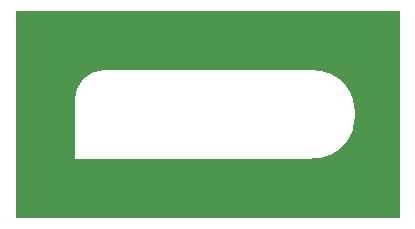
<source format=gbr>
G04 Ucamco ex. 2: Shapes*
%FSLAX36Y36*%
%MOMM*%
%TF.FileFunction,Other,Sample*%
%LPD*%
G04 Define Apertures*
%AMTHERMAL80*
7,0,0,0.800,0.550,0.125,45*%
%ADD10C,0.1*%
%ADD11C,0.6*%
%ADD12R,0.6X0.6*%
%ADD13R,0.4X1.00*%
%ADD14R,1.00X0.4*%
%ADD15O,0.4X01.00*%
%ADD16P,1.00X3*%
%ADD19THERMAL80*%
%ADD14C,0.05*%
G04 Start image generation*
D10*
G01*
G75*
G03*
D16*
G36*
X5000000Y20000000D02*
G01*
Y37500000D01*
X37500000D01*
Y20000000D01*
X5000000D01*
G37*
%LPC*%
G36*
X10000000Y25000000D02*
Y30000000D01*
G02*
X12500000Y32500000I2500000J0D01*
G01*
X30000000D01*
G02*
X30000000Y25000000I0J-3750000D01*
G01*
X10000000D01*
G37*
%LPC*%
X4500000Y19500000D03*
X38000000Y38000000D03*
M02*
</source>
